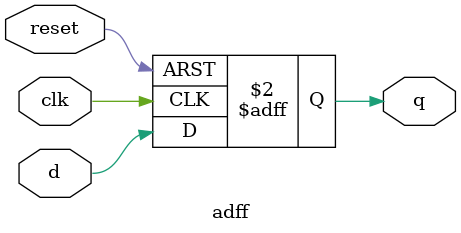
<source format=v>
module adff (
    input clk,
    input reset,
    input d,
    output reg q
);
    always @(posedge clk or posedge reset) begin
        if (reset) begin
            q <= 1'b0;
        end else begin
            q <= d;
        end
    end
endmodule
</source>
